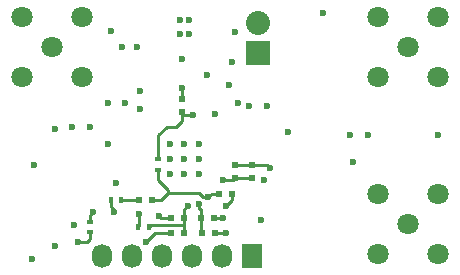
<source format=gbl>
G04 #@! TF.FileFunction,Copper,L4,Bot,Signal*
%FSLAX46Y46*%
G04 Gerber Fmt 4.6, Leading zero omitted, Abs format (unit mm)*
G04 Created by KiCad (PCBNEW 4.0.2-stable) date Mon 07 Mar 2016 02:36:46 PM HST*
%MOMM*%
G01*
G04 APERTURE LIST*
%ADD10C,0.100000*%
%ADD11R,0.600000X0.500000*%
%ADD12R,0.500000X0.600000*%
%ADD13R,2.032000X2.032000*%
%ADD14O,2.032000X2.032000*%
%ADD15R,1.727200X2.032000*%
%ADD16O,1.727200X2.032000*%
%ADD17C,1.800000*%
%ADD18R,0.600000X0.400000*%
%ADD19R,0.400000X0.600000*%
%ADD20C,0.600000*%
%ADD21C,0.250000*%
G04 APERTURE END LIST*
D10*
D11*
X145050000Y-103750000D03*
X143950000Y-103750000D03*
D12*
X152050000Y-101850000D03*
X152050000Y-100750000D03*
D13*
X154050000Y-91290000D03*
D14*
X154050000Y-88750000D03*
D15*
X153500000Y-108500000D03*
D16*
X150960000Y-108500000D03*
X148420000Y-108500000D03*
X145880000Y-108500000D03*
X143340000Y-108500000D03*
X140800000Y-108500000D03*
D17*
X166750000Y-105750000D03*
X169290000Y-108290000D03*
X164210000Y-108290000D03*
X164210000Y-103210000D03*
X169290000Y-103210000D03*
X166750000Y-90750000D03*
X164210000Y-88210000D03*
X169290000Y-88210000D03*
X169290000Y-93290000D03*
X164210000Y-93290000D03*
D12*
X147550000Y-96300000D03*
X147550000Y-95200000D03*
D11*
X150750000Y-103250000D03*
X151850000Y-103250000D03*
D18*
X145550000Y-101150000D03*
X145550000Y-100250000D03*
D19*
X141550000Y-103750000D03*
X142450000Y-103750000D03*
D12*
X153550000Y-101850000D03*
X153550000Y-100750000D03*
D11*
X149300000Y-106500000D03*
X150400000Y-106500000D03*
X149200000Y-105250000D03*
X150300000Y-105250000D03*
D17*
X136550000Y-90750000D03*
X134010000Y-88210000D03*
X139090000Y-88210000D03*
X139090000Y-93290000D03*
X134010000Y-93290000D03*
D11*
X147800000Y-106500000D03*
X146700000Y-106500000D03*
X147800000Y-105250000D03*
X146700000Y-105250000D03*
D19*
X143900000Y-106000000D03*
X144800000Y-106000000D03*
D18*
X139800000Y-105550000D03*
X139800000Y-106450000D03*
D20*
X169300000Y-98250000D03*
X134900000Y-108750000D03*
X143800000Y-90750000D03*
X161800000Y-98250000D03*
X156550000Y-98000000D03*
X143983052Y-104933052D03*
X149700000Y-93100000D03*
X154800000Y-95750000D03*
X151050000Y-102000000D03*
X154500000Y-102050000D03*
X154250000Y-105450000D03*
X136800000Y-97750000D03*
X149018104Y-104074178D03*
X159512000Y-87884000D03*
X140050000Y-104750000D03*
X163300000Y-98250000D03*
X147800000Y-99000000D03*
X147800000Y-101500000D03*
X149050000Y-100250000D03*
X146550000Y-100250000D03*
X146550000Y-101500000D03*
X149050000Y-101500000D03*
X149000000Y-99000000D03*
X146550000Y-99000000D03*
X141550000Y-89375000D03*
X142550000Y-90750000D03*
X138450000Y-105800000D03*
X136850000Y-107600000D03*
X151300000Y-106500000D03*
X151050000Y-105250000D03*
X151350000Y-104250000D03*
X147550000Y-91750000D03*
X148215000Y-88500000D03*
X147385000Y-88500000D03*
X147385000Y-89690000D03*
X148215000Y-89690000D03*
X151800000Y-92000000D03*
X152050000Y-89500000D03*
X147750000Y-100250000D03*
X144550000Y-107250000D03*
X145616948Y-105066948D03*
X147550000Y-94250000D03*
X151550000Y-94000000D03*
X150350000Y-96450000D03*
X152300000Y-95500000D03*
X153300000Y-95750000D03*
X155050000Y-101000000D03*
X135050000Y-100750000D03*
X139800000Y-97500000D03*
X138300000Y-97500000D03*
X141300000Y-99000000D03*
X141800000Y-104750000D03*
X162050000Y-100500000D03*
X141300000Y-95500000D03*
X142800000Y-95500000D03*
X144050000Y-94500000D03*
X144050000Y-96000000D03*
X142000000Y-102250000D03*
X149800000Y-103500000D03*
X148550000Y-96500000D03*
X148125010Y-104250000D03*
X138800000Y-107250000D03*
D21*
X143983052Y-104933052D02*
X143983052Y-105916948D01*
X143983052Y-105916948D02*
X143900000Y-106000000D01*
X144050000Y-105000000D02*
X143983052Y-104933052D01*
X149200000Y-104500000D02*
X149019662Y-104500000D01*
X149019662Y-104500000D02*
X149018104Y-104498442D01*
X149018104Y-104498442D02*
X149018104Y-104074178D01*
X152050000Y-101850000D02*
X153550000Y-101850000D01*
X151050000Y-102000000D02*
X151900000Y-102000000D01*
X151900000Y-102000000D02*
X152050000Y-101850000D01*
X149200000Y-105250000D02*
X149200000Y-106400000D01*
X149200000Y-106400000D02*
X149300000Y-106500000D01*
X149200000Y-104500000D02*
X149200000Y-105250000D01*
X139800000Y-105550000D02*
X139800000Y-105000000D01*
X139800000Y-105000000D02*
X140050000Y-104750000D01*
X150400000Y-106500000D02*
X151300000Y-106500000D01*
X150850000Y-105250000D02*
X151050000Y-105250000D01*
X151850000Y-103250000D02*
X151850000Y-103750000D01*
X151850000Y-103750000D02*
X151350000Y-104250000D01*
X150300000Y-105250000D02*
X150850000Y-105250000D01*
X145300000Y-106500000D02*
X144550000Y-107250000D01*
X146700000Y-106500000D02*
X145300000Y-106500000D01*
X146700000Y-105250000D02*
X145800000Y-105250000D01*
X145800000Y-105250000D02*
X145616948Y-105066948D01*
X147550000Y-95200000D02*
X147550000Y-94250000D01*
X153550000Y-100750000D02*
X152050000Y-100750000D01*
X154800000Y-100750000D02*
X155050000Y-101000000D01*
X153550000Y-100750000D02*
X154800000Y-100750000D01*
X141800000Y-104550000D02*
X141800000Y-104750000D01*
X141550000Y-103750000D02*
X141550000Y-104300000D01*
X141550000Y-104300000D02*
X141800000Y-104550000D01*
X146425001Y-102875001D02*
X145550000Y-102000000D01*
X145550000Y-102000000D02*
X145550000Y-101150000D01*
X146425001Y-103124999D02*
X146425001Y-102875001D01*
X145800000Y-103750000D02*
X145050000Y-103750000D01*
X146425001Y-103124999D02*
X145800000Y-103750000D01*
X149800000Y-103500000D02*
X149368928Y-103500000D01*
X149368928Y-103500000D02*
X148993927Y-103124999D01*
X148993927Y-103124999D02*
X146425001Y-103124999D01*
X150250001Y-103200001D02*
X150300000Y-103250000D01*
X150300000Y-103250000D02*
X150750000Y-103250000D01*
X149800000Y-103500000D02*
X150099999Y-103200001D01*
X150099999Y-103200001D02*
X150250001Y-103200001D01*
X148550000Y-96500000D02*
X147750000Y-96500000D01*
X147750000Y-96500000D02*
X147550000Y-96300000D01*
X145550000Y-100250000D02*
X145550000Y-98250000D01*
X145550000Y-98250000D02*
X146300000Y-97500000D01*
X146300000Y-97500000D02*
X147050000Y-97500000D01*
X147050000Y-97500000D02*
X147550000Y-97000000D01*
X147550000Y-97000000D02*
X147550000Y-96300000D01*
X143950000Y-103750000D02*
X142450000Y-103750000D01*
X147800000Y-105750000D02*
X147724999Y-105825001D01*
X147724999Y-105825001D02*
X144974999Y-105825001D01*
X144974999Y-105825001D02*
X144800000Y-106000000D01*
X147800000Y-106500000D02*
X147800000Y-105750000D01*
X147800000Y-105750000D02*
X147800000Y-105250000D01*
X147800000Y-104500000D02*
X148125010Y-104250000D01*
X148125010Y-104250000D02*
X148050000Y-104250000D01*
X147800000Y-105250000D02*
X147800000Y-104500000D01*
X139550000Y-107250000D02*
X139800000Y-107000000D01*
X139800000Y-107000000D02*
X139800000Y-106450000D01*
X138800000Y-107250000D02*
X139550000Y-107250000D01*
M02*

</source>
